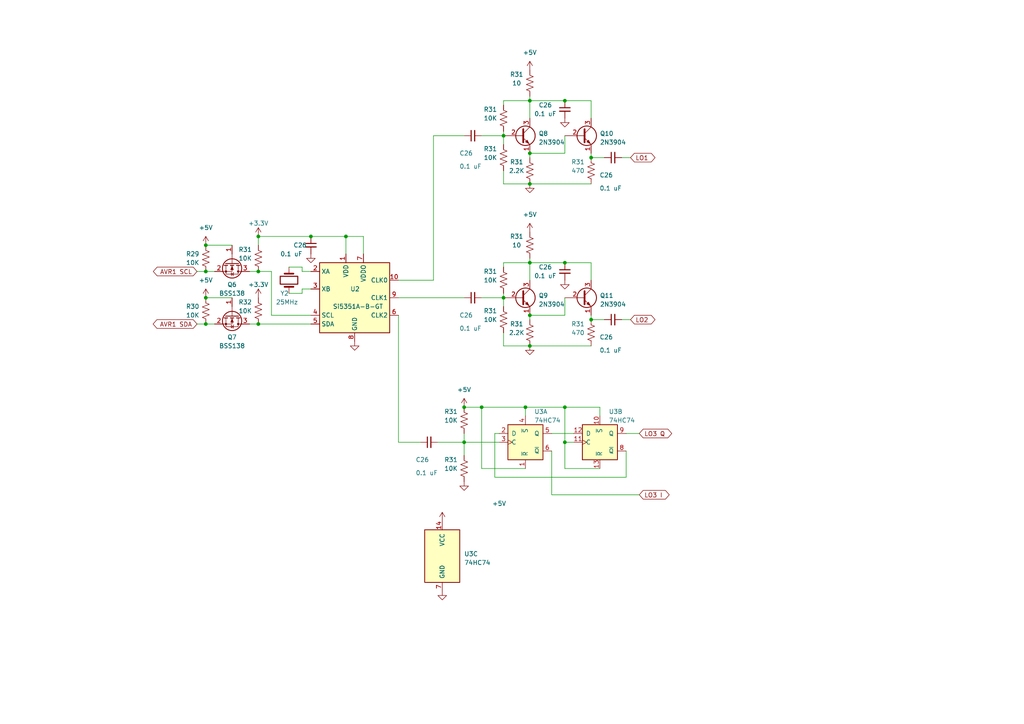
<source format=kicad_sch>
(kicad_sch (version 20230121) (generator eeschema)
  (paper "A4")
  (lib_symbols
    (symbol "74xx:74HC74" (pin_names (offset 1.016))
      (property "Reference" "U" (at -7.62 8.89 0))
      (property "Value" "74HC74" (at -7.62 -8.89 0))
      (symbol "74HC74_1_0"
        (pin input line (at 0 -7.62 90) (length 2.54) (name "~{R}") (number "1"))
        (pin input line (at -7.62 2.54 0) (length 2.54) (name "D") (number "2"))
        (pin input clock (at -7.62 0 0) (length 2.54) (name "C") (number "3"))
        (pin input line (at 0 7.62 270) (length 2.54) (name "~{S}") (number "4"))
        (pin output line (at 7.62 2.54 180) (length 2.54) (name "Q") (number "5"))
        (pin output line (at 7.62 -2.54 180) (length 2.54) (name "~{Q}") (number "6"))
      )
      (symbol "74HC74_1_1"
        (rectangle (start -5.08 5.08) (end 5.08 -5.08) (stroke (width 0.254)) (fill (type background)))
      )
      (symbol "74HC74_2_0"
        (pin input line (at 0 7.62 270) (length 2.54) (name "~{S}") (number "10"))
        (pin input clock (at -7.62 0 0) (length 2.54) (name "C") (number "11"))
        (pin input line (at -7.62 2.54 0) (length 2.54) (name "D") (number "12"))
        (pin input line (at 0 -7.62 90) (length 2.54) (name "~{R}") (number "13"))
        (pin output line (at 7.62 -2.54 180) (length 2.54) (name "~{Q}") (number "8"))
        (pin output line (at 7.62 2.54 180) (length 2.54) (name "Q") (number "9"))
      )
      (symbol "74HC74_2_1"
        (rectangle (start -5.08 5.08) (end 5.08 -5.08) (stroke (width 0.254)) (fill (type background)))
      )
      (symbol "74HC74_3_0"
        (pin power_in line (at 0 10.16 270) (length 2.54) (name "VCC") (number "14"))
        (pin power_in line (at 0 -10.16 90) (length 2.54) (name "GND") (number "7"))
      )
      (symbol "74HC74_3_1"
        (rectangle (start -5.08 7.62) (end 5.08 -7.62) (stroke (width 0.254)) (fill (type background)))
      )
    )
    (symbol "Device:C_Small" (pin_numbers hide) (pin_names (offset 0.254) hide)
      (property "Reference" "C" (at 0.254 1.778 0))
      (property "Value" "C_Small" (at 0.254 -2.032 0))
      (symbol "C_Small_0_1"
        (polyline (pts (xy -1.524 -0.508) (xy 1.524 -0.508)) (stroke (width 0.3302)))
        (polyline (pts (xy -1.524 0.508) (xy 1.524 0.508)) (stroke (width 0.3048)))
      )
      (symbol "C_Small_1_1"
        (pin passive line (at 0 2.54 270) (length 2.032) (name "~") (number "1"))
        (pin passive line (at 0 -2.54 90) (length 2.032) (name "~") (number "2"))
      )
    )
    (symbol "Device:Crystal" (pin_numbers hide) (pin_names (offset 1.016) hide)
      (property "Reference" "Y" (at 0 3.81 0))
      (property "Value" "Crystal" (at 0 -3.81 0))
      (symbol "Crystal_0_1"
        (rectangle (start -1.143 2.54) (end 1.143 -2.54) (stroke (width 0.3048)))
        (polyline (pts (xy -2.54 0) (xy -1.905 0)))
        (polyline (pts (xy -1.905 -1.27) (xy -1.905 1.27)) (stroke (width 0.508)))
        (polyline (pts (xy 1.905 -1.27) (xy 1.905 1.27)) (stroke (width 0.508)))
        (polyline (pts (xy 2.54 0) (xy 1.905 0)))
      )
      (symbol "Crystal_1_1"
        (pin passive line (at -3.81 0 0) (length 1.27) (name "1") (number "1"))
        (pin passive line (at 3.81 0 180) (length 1.27) (name "2") (number "2"))
      )
    )
    (symbol "Device:R_US" (pin_numbers hide) (pin_names (offset 0))
      (property "Reference" "R" (at 2.54 0 90))
      (property "Value" "R_US" (at -2.54 0 90))
      (symbol "R_US_0_1"
        (polyline (pts (xy 0 -2.286) (xy 0 -2.54)))
        (polyline (pts (xy 0 2.286) (xy 0 2.54)))
        (polyline (pts (xy 0 -0.762) (xy 1.016 -1.143) (xy 0 -1.524) (xy -1.016 -1.905) (xy 0 -2.286)))
        (polyline (pts (xy 0 0.762) (xy 1.016 0.381) (xy 0 0) (xy -1.016 -0.381) (xy 0 -0.762)))
        (polyline (pts (xy 0 2.286) (xy 1.016 1.905) (xy 0 1.524) (xy -1.016 1.143) (xy 0 0.762)))
      )
      (symbol "R_US_1_1"
        (pin passive line (at 0 3.81 270) (length 1.27) (name "~") (number "1"))
        (pin passive line (at 0 -3.81 90) (length 1.27) (name "~") (number "2"))
      )
    )
    (symbol "Oscillator:Si5351A-B-GT"
      (property "Reference" "U" (at -8.89 11.43 0))
      (property "Value" "Si5351A-B-GT" (at -12.7 -12.7 0))
      (symbol "Si5351A-B-GT_0_1"
        (rectangle (start -10.16 10.16) (end 10.16 -10.16) (stroke (width 0.254)) (fill (type background)))
      )
      (symbol "Si5351A-B-GT_1_1"
        (pin power_in line (at -2.54 12.7 270) (length 2.54) (name "VDD") (number "1"))
        (pin output line (at 12.7 5.08 180) (length 2.54) (name "CLK0") (number "10"))
        (pin input line (at -12.7 7.62 0) (length 2.54) (name "XA") (number "2"))
        (pin input line (at -12.7 2.54 0) (length 2.54) (name "XB") (number "3"))
        (pin input line (at -12.7 -5.08 0) (length 2.54) (name "SCL") (number "4"))
        (pin bidirectional line (at -12.7 -7.62 0) (length 2.54) (name "SDA") (number "5"))
        (pin output line (at 12.7 -5.08 180) (length 2.54) (name "CLK2") (number "6"))
        (pin power_in line (at 2.54 12.7 270) (length 2.54) (name "VDDO") (number "7"))
        (pin power_in line (at 0 -12.7 90) (length 2.54) (name "GND") (number "8"))
        (pin output line (at 12.7 0 180) (length 2.54) (name "CLK1") (number "9"))
      )
    )
    (symbol "Transistor_BJT:2N3904" (pin_names (offset 0) hide)
      (property "Reference" "Q" (at 5.08 1.905 0))
      (property "Value" "2N3904" (at 5.08 0 0))
      (symbol "2N3904_0_1"
        (polyline (pts (xy 0.635 0.635) (xy 2.54 2.54)))
        (polyline (pts (xy 0.635 -0.635) (xy 2.54 -2.54) (xy 2.54 -2.54)))
        (polyline (pts (xy 0.635 1.905) (xy 0.635 -1.905) (xy 0.635 -1.905)) (stroke (width 0.508)))
        (polyline (pts (xy 1.27 -1.778) (xy 1.778 -1.27) (xy 2.286 -2.286) (xy 1.27 -1.778) (xy 1.27 -1.778)) (fill (type outline)))
        (circle (center 1.27 0) (radius 2.8194) (stroke (width 0.254)))
      )
      (symbol "2N3904_1_1"
        (pin passive line (at 2.54 -5.08 90) (length 2.54) (name "E") (number "1"))
        (pin passive line (at -5.08 0 0) (length 5.715) (name "B") (number "2"))
        (pin passive line (at 2.54 5.08 270) (length 2.54) (name "C") (number "3"))
      )
    )
    (symbol "Transistor_FET:BSS138" (pin_names hide)
      (property "Reference" "Q" (at 5.08 1.905 0))
      (property "Value" "BSS138" (at 5.08 0 0))
      (symbol "BSS138_0_1"
        (polyline (pts (xy 0.254 0) (xy -2.54 0)))
        (polyline (pts (xy 0.254 1.905) (xy 0.254 -1.905)) (stroke (width 0.254)))
        (polyline (pts (xy 0.762 -1.27) (xy 0.762 -2.286)) (stroke (width 0.254)))
        (polyline (pts (xy 0.762 0.508) (xy 0.762 -0.508)) (stroke (width 0.254)))
        (polyline (pts (xy 0.762 2.286) (xy 0.762 1.27)) (stroke (width 0.254)))
        (polyline (pts (xy 2.54 2.54) (xy 2.54 1.778)))
        (polyline (pts (xy 2.54 -2.54) (xy 2.54 0) (xy 0.762 0)))
        (polyline (pts (xy 0.762 -1.778) (xy 3.302 -1.778) (xy 3.302 1.778) (xy 0.762 1.778)))
        (polyline (pts (xy 1.016 0) (xy 2.032 0.381) (xy 2.032 -0.381) (xy 1.016 0)) (fill (type outline)))
        (polyline (pts (xy 2.794 0.508) (xy 2.921 0.381) (xy 3.683 0.381) (xy 3.81 0.254)))
        (polyline (pts (xy 3.302 0.381) (xy 2.921 -0.254) (xy 3.683 -0.254) (xy 3.302 0.381)))
        (circle (center 1.651 0) (radius 2.794) (stroke (width 0.254)))
        (circle (center 2.54 -1.778) (radius 0.254) (fill (type outline)))
        (circle (center 2.54 1.778) (radius 0.254) (fill (type outline)))
      )
      (symbol "BSS138_1_1"
        (pin input line (at -5.08 0 0) (length 2.54) (name "G") (number "1"))
        (pin passive line (at 2.54 -5.08 90) (length 2.54) (name "S") (number "2"))
        (pin passive line (at 2.54 5.08 270) (length 2.54) (name "D") (number "3"))
      )
    )
    (symbol "power:+3.3V" (power) (pin_names (offset 0))
      (property "Value" "+3.3V" (at 0 3.556 0))
      (symbol "+3.3V_0_1"
        (polyline (pts (xy -0.762 1.27) (xy 0 2.54)))
        (polyline (pts (xy 0 0) (xy 0 2.54)))
        (polyline (pts (xy 0 2.54) (xy 0.762 1.27)))
      )
      (symbol "+3.3V_1_1"
        (pin power_in line (at 0 0 90) (length 0) hide (name "+3.3V") (number "1"))
      )
    )
    (symbol "power:+5V" (power) (pin_names (offset 0))
      (property "Value" "+5V" (at 0 3.556 0))
      (symbol "+5V_0_1"
        (polyline (pts (xy -0.762 1.27) (xy 0 2.54)))
        (polyline (pts (xy 0 0) (xy 0 2.54)))
        (polyline (pts (xy 0 2.54) (xy 0.762 1.27)))
      )
      (symbol "+5V_1_1"
        (pin power_in line (at 0 0 90) (length 0) hide (name "+5V") (number "1"))
      )
    )
    (symbol "power:GND" (power) (pin_names (offset 0))
      (property "Value" "GND" (at 0 -3.81 0))
      (symbol "GND_0_1"
        (polyline (pts (xy 0 0) (xy 0 -1.27) (xy 1.27 -1.27) (xy 0 -2.54) (xy -1.27 -1.27) (xy 0 -1.27)))
      )
      (symbol "GND_1_1"
        (pin power_in line (at 0 0 270) (length 0) hide (name "GND") (number "1"))
      )
    )
  )
  (junction (at 59.69 93.98))
  (junction (at 74.93 68.58))
  (junction (at 59.69 71.12))
  (junction (at 153.67 53.34))
  (junction (at 90.17 68.58))
  (junction (at 171.45 92.71))
  (junction (at 153.67 100.33))
  (junction (at 146.05 86.36))
  (junction (at 139.7 118.11))
  (junction (at 134.62 118.11))
  (junction (at 74.93 78.74))
  (junction (at 74.93 93.98))
  (junction (at 153.67 76.2))
  (junction (at 59.69 78.74))
  (junction (at 134.62 128.27))
  (junction (at 163.83 29.21))
  (junction (at 163.83 76.2))
  (junction (at 171.45 45.72))
  (junction (at 100.33 68.58))
  (junction (at 59.69 86.36))
  (junction (at 153.67 29.21))
  (junction (at 163.83 118.11))
  (junction (at 153.67 91.44))
  (junction (at 146.05 39.37))
  (junction (at 163.83 128.27))
  (junction (at 152.4 118.11))
  (junction (at 153.67 44.45))
  (wire (pts (xy 87.63 78.74) (xy 90.17 78.74)))
  (wire (pts (xy 139.7 135.89) (xy 152.4 135.89)))
  (wire (pts (xy 152.4 118.11) (xy 163.83 118.11)))
  (wire (pts (xy 181.61 125.73) (xy 185.42 125.73)))
  (wire (pts (xy 171.45 45.72) (xy 171.45 44.45)))
  (wire (pts (xy 163.83 128.27) (xy 163.83 135.89)))
  (wire (pts (xy 152.4 118.11) (xy 152.4 120.65)))
  (wire (pts (xy 146.05 29.21) (xy 153.67 29.21)))
  (wire (pts (xy 115.57 91.44) (xy 115.57 128.27)))
  (wire (pts (xy 153.67 44.45) (xy 163.83 44.45)))
  (wire (pts (xy 125.73 81.28) (xy 125.73 39.37)))
  (wire (pts (xy 171.45 34.29) (xy 171.45 29.21)))
  (wire (pts (xy 153.67 91.44) (xy 153.67 92.71)))
  (wire (pts (xy 173.99 118.11) (xy 173.99 120.65)))
  (wire (pts (xy 160.02 143.51) (xy 185.42 143.51)))
  (wire (pts (xy 78.74 78.74) (xy 78.74 91.44)))
  (wire (pts (xy 139.7 39.37) (xy 146.05 39.37)))
  (wire (pts (xy 139.7 86.36) (xy 146.05 86.36)))
  (wire (pts (xy 59.69 78.74) (xy 62.23 78.74)))
  (wire (pts (xy 153.67 29.21) (xy 153.67 34.29)))
  (wire (pts (xy 57.15 78.74) (xy 59.69 78.74)))
  (wire (pts (xy 57.15 93.98) (xy 59.69 93.98)))
  (wire (pts (xy 153.67 44.45) (xy 153.67 45.72)))
  (wire (pts (xy 163.83 29.21) (xy 171.45 29.21)))
  (wire (pts (xy 74.93 68.58) (xy 74.93 71.12)))
  (wire (pts (xy 163.83 91.44) (xy 163.83 86.36)))
  (wire (pts (xy 181.61 130.81) (xy 181.61 138.43)))
  (wire (pts (xy 146.05 53.34) (xy 153.67 53.34)))
  (wire (pts (xy 146.05 96.52) (xy 146.05 100.33)))
  (wire (pts (xy 160.02 130.81) (xy 160.02 143.51)))
  (wire (pts (xy 163.83 76.2) (xy 171.45 76.2)))
  (wire (pts (xy 83.82 77.47) (xy 87.63 77.47)))
  (wire (pts (xy 146.05 76.2) (xy 153.67 76.2)))
  (wire (pts (xy 87.63 85.09) (xy 87.63 83.82)))
  (wire (pts (xy 134.62 128.27) (xy 134.62 132.08)))
  (wire (pts (xy 125.73 39.37) (xy 134.62 39.37)))
  (wire (pts (xy 153.67 91.44) (xy 163.83 91.44)))
  (wire (pts (xy 127 128.27) (xy 134.62 128.27)))
  (wire (pts (xy 100.33 68.58) (xy 100.33 73.66)))
  (wire (pts (xy 163.83 118.11) (xy 173.99 118.11)))
  (wire (pts (xy 143.51 125.73) (xy 144.78 125.73)))
  (wire (pts (xy 163.83 118.11) (xy 163.83 128.27)))
  (wire (pts (xy 171.45 81.28) (xy 171.45 76.2)))
  (wire (pts (xy 153.67 76.2) (xy 153.67 81.28)))
  (wire (pts (xy 146.05 76.2) (xy 146.05 77.47)))
  (wire (pts (xy 134.62 118.11) (xy 139.7 118.11)))
  (wire (pts (xy 74.93 93.98) (xy 90.17 93.98)))
  (wire (pts (xy 160.02 125.73) (xy 166.37 125.73)))
  (wire (pts (xy 74.93 78.74) (xy 78.74 78.74)))
  (wire (pts (xy 171.45 92.71) (xy 171.45 91.44)))
  (wire (pts (xy 153.67 53.34) (xy 171.45 53.34)))
  (wire (pts (xy 59.69 93.98) (xy 62.23 93.98)))
  (wire (pts (xy 78.74 91.44) (xy 90.17 91.44)))
  (wire (pts (xy 153.67 27.94) (xy 153.67 29.21)))
  (wire (pts (xy 115.57 86.36) (xy 134.62 86.36)))
  (wire (pts (xy 146.05 86.36) (xy 146.05 88.9)))
  (wire (pts (xy 153.67 29.21) (xy 163.83 29.21)))
  (wire (pts (xy 146.05 85.09) (xy 146.05 86.36)))
  (wire (pts (xy 153.67 76.2) (xy 163.83 76.2)))
  (wire (pts (xy 72.39 78.74) (xy 74.93 78.74)))
  (wire (pts (xy 171.45 92.71) (xy 175.26 92.71)))
  (wire (pts (xy 90.17 68.58) (xy 100.33 68.58)))
  (wire (pts (xy 146.05 49.53) (xy 146.05 53.34)))
  (wire (pts (xy 105.41 68.58) (xy 105.41 73.66)))
  (wire (pts (xy 134.62 125.73) (xy 134.62 128.27)))
  (wire (pts (xy 59.69 86.36) (xy 67.31 86.36)))
  (wire (pts (xy 171.45 45.72) (xy 175.26 45.72)))
  (wire (pts (xy 181.61 138.43) (xy 143.51 138.43)))
  (wire (pts (xy 115.57 81.28) (xy 125.73 81.28)))
  (wire (pts (xy 180.34 45.72) (xy 182.88 45.72)))
  (wire (pts (xy 180.34 92.71) (xy 182.88 92.71)))
  (wire (pts (xy 163.83 135.89) (xy 173.99 135.89)))
  (wire (pts (xy 72.39 93.98) (xy 74.93 93.98)))
  (wire (pts (xy 153.67 74.93) (xy 153.67 76.2)))
  (wire (pts (xy 163.83 128.27) (xy 166.37 128.27)))
  (wire (pts (xy 143.51 138.43) (xy 143.51 125.73)))
  (wire (pts (xy 139.7 118.11) (xy 152.4 118.11)))
  (wire (pts (xy 146.05 38.1) (xy 146.05 39.37)))
  (wire (pts (xy 146.05 100.33) (xy 153.67 100.33)))
  (wire (pts (xy 59.69 71.12) (xy 67.31 71.12)))
  (wire (pts (xy 146.05 29.21) (xy 146.05 30.48)))
  (wire (pts (xy 115.57 128.27) (xy 121.92 128.27)))
  (wire (pts (xy 87.63 77.47) (xy 87.63 78.74)))
  (wire (pts (xy 87.63 83.82) (xy 90.17 83.82)))
  (wire (pts (xy 139.7 118.11) (xy 139.7 135.89)))
  (wire (pts (xy 146.05 39.37) (xy 146.05 41.91)))
  (wire (pts (xy 163.83 44.45) (xy 163.83 39.37)))
  (wire (pts (xy 144.78 128.27) (xy 134.62 128.27)))
  (wire (pts (xy 83.82 85.09) (xy 87.63 85.09)))
  (wire (pts (xy 74.93 68.58) (xy 90.17 68.58)))
  (wire (pts (xy 100.33 68.58) (xy 105.41 68.58)))
  (wire (pts (xy 153.67 100.33) (xy 171.45 100.33)))
  (global_label "LO1" (shape bidirectional) (at 182.88 45.72 0) (property "Intersheetrefs" "${INTERSHEET_REFS}" (effects hide)))
  (global_label "AVR1 SDA" (shape bidirectional) (at 57.15 93.98 180) (property "Intersheetrefs" "${INTERSHEET_REFS}" (effects hide)))
  (global_label "LO3 Q" (shape bidirectional) (at 185.42 125.73 0) (property "Intersheetrefs" "${INTERSHEET_REFS}" (effects hide)))
  (global_label "LO2" (shape bidirectional) (at 182.88 92.71 0) (property "Intersheetrefs" "${INTERSHEET_REFS}" (effects hide)))
  (global_label "AVR1 SCL" (shape bidirectional) (at 57.15 78.74 180) (property "Intersheetrefs" "${INTERSHEET_REFS}" (effects hide)))
  (global_label "LO3 I" (shape bidirectional) (at 185.42 143.51 0) (property "Intersheetrefs" "${INTERSHEET_REFS}" (effects hide)))
  (symbol (lib_id "power:+5V") (at 134.62 118.11 0) (unit 1)
    (property "Reference" "#PWR011" (effects hide))
    (property "Value" "+5V" (at 134.62 113.03 0))
    (instances (project "acorn" (path "" (reference "#PWR011") (unit 1)) (path "" (reference "#PWR016") (unit 1))))
  )
  (symbol (lib_id "Transistor_FET:BSS138") (at 67.31 76.2 270) (unit 1)
    (property "Reference" "Q6" (at 67.31 82.55 90))
    (property "Value" "BSS138" (at 67.31 85.09 90))
    (property "Footprint" "Package_TO_SOT_SMD:SOT-23" (effects hide))
    (property "Datasheet" "https://www.onsemi.com/pub/Collateral/BSS138-D.PDF" (effects hide))
  )
  (symbol (lib_id "power:GND") (at 128.27 171.45 0) (unit 1)
    (property "Reference" "#GND052" (effects hide))
    (property "Value" "GND" (effects hide))
    (instances (project "acorn" (path "" (reference "#GND052") (unit 1)) (path "" (reference "#GND0106") (unit 1))))
  )
  (symbol (lib_id "power:GND") (at 153.67 53.34 0) (unit 1)
    (property "Reference" "#GND052" (effects hide))
    (property "Value" "GND" (effects hide))
    (instances (project "acorn" (path "" (reference "#GND052") (unit 1)) (path "" (reference "#GND0108") (unit 1))))
  )
  (symbol (lib_id "power:GND") (at 153.67 100.33 0) (unit 1)
    (property "Reference" "#GND052" (effects hide))
    (property "Value" "GND" (effects hide))
    (instances (project "acorn" (path "" (reference "#GND052") (unit 1)) (path "" (reference "#GND0109") (unit 1))))
  )
  (symbol (lib_id "Device:R_US") (at 146.05 81.28 180) (unit 1)
    (property "Reference" "R31" (at 142.24 78.74 0))
    (property "Value" "10K" (at 142.24 81.28 0))
    (property "Footprint" "Resistor_THT:R_Axial_DIN0204_L3.6mm_D1.6mm_P5.08mm_Vertical" (effects hide))
    (instances (project "acorn" (path "" (reference "R31") (unit 1)) (path "" (reference "R51") (unit 1))))
  )
  (symbol (lib_id "Device:R_US") (at 74.93 90.17 180) (unit 1)
    (property "Reference" "R32" (at 71.12 87.63 0))
    (property "Value" "10K" (at 71.12 90.17 0))
    (property "Footprint" "Resistor_THT:R_Axial_DIN0204_L3.6mm_D1.6mm_P5.08mm_Vertical" (effects hide))
    (instances (project "acorn" (path "" (reference "R32") (unit 1)) (path "" (reference "R46") (unit 1))))
  )
  (symbol (lib_id "Device:C_Small") (at 163.83 31.75 0) (unit 1)
    (property "Reference" "C26" (at 156.21 30.48 0) (effects (justify left)))
    (property "Value" "0.1 uF" (at 154.94 33.02 0) (effects (justify left)))
    (property "Footprint" "Capacitor_THT:C_Disc_D4.7mm_W2.5mm_P5.00mm" (effects hide))
    (instances (project "acorn" (path "" (reference "C26") (unit 1)) (path "" (reference "C76") (unit 1))))
  )
  (symbol (lib_id "Transistor_BJT:2N3904") (at 151.13 86.36 0) (unit 1)
    (property "Reference" "Q9" (at 156.21 85.725 0) (effects (justify left)))
    (property "Value" "2N3904" (at 156.21 88.265 0) (effects (justify left)))
    (property "Footprint" "Package_TO_SOT_THT:TO-92_Inline" (effects hide))
    (property "Datasheet" "https://www.onsemi.com/pub/Collateral/2N3903-D.PDF" (effects hide))
  )
  (symbol (lib_id "Device:Crystal") (at 83.82 81.28 270) (unit 1)
    (property "Reference" "Y2" (at 81.28 85.09 90) (effects (justify left)))
    (property "Value" "25MHz" (at 80.01 87.63 90) (effects (justify left)))
    (property "Footprint" "Crystal:Crystal_HC18-U_Vertical" (effects hide))
  )
  (symbol (lib_id "Device:R_US") (at 153.67 71.12 180) (unit 1)
    (property "Reference" "R31" (at 149.86 68.58 0))
    (property "Value" "10" (at 149.86 71.12 0))
    (property "Footprint" "Resistor_THT:R_Axial_DIN0204_L3.6mm_D1.6mm_P5.08mm_Vertical" (effects hide))
    (instances (project "acorn" (path "" (reference "R31") (unit 1)) (path "" (reference "R55") (unit 1))))
  )
  (symbol (lib_id "power:GND") (at 102.87 99.06 0) (unit 1)
    (property "Reference" "#GND052" (effects hide))
    (property "Value" "GND" (effects hide))
    (instances (project "acorn" (path "" (reference "#GND052") (unit 1)) (path "" (reference "#GND0105") (unit 1))))
  )
  (symbol (lib_id "Device:C_Small") (at 177.8 92.71 90) (unit 1)
    (property "Reference" "C26" (at 177.8 97.79 90) (effects (justify left)))
    (property "Value" "0.1 uF" (at 180.34 101.6 90) (effects (justify left)))
    (property "Footprint" "Capacitor_THT:C_Disc_D4.7mm_W2.5mm_P5.00mm" (effects hide))
    (instances (project "acorn" (path "" (reference "C26") (unit 1)) (path "" (reference "C79") (unit 1))))
  )
  (symbol (lib_id "power:GND") (at 90.17 73.66 0) (unit 1)
    (property "Reference" "#GND051" (effects hide))
    (property "Value" "GND" (effects hide))
    (instances (project "acorn" (path "" (reference "#GND051") (unit 1)) (path "" (reference "#GND0104") (unit 1))))
  )
  (symbol (lib_id "Device:R_US") (at 146.05 45.72 180) (unit 1)
    (property "Reference" "R31" (at 142.24 43.18 0))
    (property "Value" "10K" (at 142.24 45.72 0))
    (property "Footprint" "Resistor_THT:R_Axial_DIN0204_L3.6mm_D1.6mm_P5.08mm_Vertical" (effects hide))
    (instances (project "acorn" (path "" (reference "R31") (unit 1)) (path "" (reference "R50") (unit 1))))
  )
  (symbol (lib_id "power:+5V") (at 59.69 71.12 0) (unit 1)
    (property "Reference" "#PWR011" (effects hide))
    (property "Value" "+5V" (at 59.69 66.04 0))
  )
  (symbol (lib_id "74xx:74HC74") (at 152.4 128.27 0) (unit 1)
    (property "Reference" "U3" (at 154.9655 119.38 0) (effects (justify left)))
    (property "Value" "74HC74" (at 154.9655 121.92 0) (effects (justify left)))
    (property "Footprint" "Package_DIP:DIP-14_W7.62mm" (effects hide))
    (property "Datasheet" "74xx/74hc_hct74.pdf" (effects hide))
  )
  (symbol (lib_id "power:+5V") (at 153.67 20.32 0) (unit 1)
    (property "Reference" "#PWR011" (effects hide))
    (property "Value" "+5V" (at 153.67 15.24 0))
    (instances (project "acorn" (path "" (reference "#PWR011") (unit 1)) (path "" (reference "#PWR017") (unit 1))))
  )
  (symbol (lib_id "Device:R_US") (at 146.05 92.71 180) (unit 1)
    (property "Reference" "R31" (at 142.24 90.17 0))
    (property "Value" "10K" (at 142.24 92.71 0))
    (property "Footprint" "Resistor_THT:R_Axial_DIN0204_L3.6mm_D1.6mm_P5.08mm_Vertical" (effects hide))
    (instances (project "acorn" (path "" (reference "R31") (unit 1)) (path "" (reference "R52") (unit 1))))
  )
  (symbol (lib_id "Device:R_US") (at 171.45 96.52 180) (unit 1)
    (property "Reference" "R31" (at 167.64 93.98 0))
    (property "Value" "470" (at 167.64 96.52 0))
    (property "Footprint" "Resistor_THT:R_Axial_DIN0204_L3.6mm_D1.6mm_P5.08mm_Vertical" (effects hide))
    (instances (project "acorn" (path "" (reference "R31") (unit 1)) (path "" (reference "R58") (unit 1))))
  )
  (symbol (lib_id "Device:C_Small") (at 137.16 39.37 90) (unit 1)
    (property "Reference" "C26" (at 137.16 44.45 90) (effects (justify left)))
    (property "Value" "0.1 uF" (at 139.7 48.26 90) (effects (justify left)))
    (property "Footprint" "Capacitor_THT:C_Disc_D4.7mm_W2.5mm_P5.00mm" (effects hide))
    (instances (project "acorn" (path "" (reference "C26") (unit 1)) (path "" (reference "C74") (unit 1))))
  )
  (symbol (lib_id "Transistor_BJT:2N3904") (at 168.91 39.37 0) (unit 1)
    (property "Reference" "Q10" (at 173.99 38.735 0) (effects (justify left)))
    (property "Value" "2N3904" (at 173.99 41.275 0) (effects (justify left)))
    (property "Footprint" "Package_TO_SOT_THT:TO-92_Inline" (effects hide))
    (property "Datasheet" "https://www.onsemi.com/pub/Collateral/2N3903-D.PDF" (effects hide))
  )
  (symbol (lib_id "power:+5V") (at 153.67 67.31 0) (unit 1)
    (property "Reference" "#PWR011" (effects hide))
    (property "Value" "+5V" (at 153.67 62.23 0))
    (instances (project "acorn" (path "" (reference "#PWR011") (unit 1)) (path "" (reference "#PWR018") (unit 1))))
  )
  (symbol (lib_id "Device:R_US") (at 74.93 74.93 180) (unit 1)
    (property "Reference" "R31" (at 71.12 72.39 0))
    (property "Value" "10K" (at 71.12 74.93 0))
    (property "Footprint" "Resistor_THT:R_Axial_DIN0204_L3.6mm_D1.6mm_P5.08mm_Vertical" (effects hide))
    (instances (project "acorn" (path "" (reference "R31") (unit 1)) (path "" (reference "R45") (unit 1))))
  )
  (symbol (lib_id "Device:R_US") (at 153.67 96.52 180) (unit 1)
    (property "Reference" "R31" (at 149.86 93.98 0))
    (property "Value" "2.2K" (at 149.86 96.52 0))
    (property "Footprint" "Resistor_THT:R_Axial_DIN0204_L3.6mm_D1.6mm_P5.08mm_Vertical" (effects hide))
    (instances (project "acorn" (path "" (reference "R31") (unit 1)) (path "" (reference "R56") (unit 1))))
  )
  (symbol (lib_id "Transistor_BJT:2N3904") (at 168.91 86.36 0) (unit 1)
    (property "Reference" "Q11" (at 173.99 85.725 0) (effects (justify left)))
    (property "Value" "2N3904" (at 173.99 88.265 0) (effects (justify left)))
    (property "Footprint" "Package_TO_SOT_THT:TO-92_Inline" (effects hide))
    (property "Datasheet" "https://www.onsemi.com/pub/Collateral/2N3903-D.PDF" (effects hide))
  )
  (symbol (lib_id "power:GND") (at 134.62 139.7 0) (unit 1)
    (property "Reference" "#GND052" (effects hide))
    (property "Value" "GND" (effects hide))
    (instances (project "acorn" (path "" (reference "#GND052") (unit 1)) (path "" (reference "#GND0107") (unit 1))))
  )
  (symbol (lib_id "power:+3.3V") (at 74.93 68.58 0) (unit 1)
    (property "Reference" "#PWR013" (effects hide))
    (property "Value" "+3.3V" (at 74.93 64.77 0))
  )
  (symbol (lib_id "power:GND") (at 163.83 81.28 0) (unit 1)
    (property "Reference" "#GND051" (effects hide))
    (property "Value" "GND" (effects hide))
    (instances (project "acorn" (path "" (reference "#GND051") (unit 1)) (path "" (reference "#GND0111") (unit 1))))
  )
  (symbol (lib_id "Device:R_US") (at 153.67 49.53 180) (unit 1)
    (property "Reference" "R31" (at 149.86 46.99 0))
    (property "Value" "2.2K" (at 149.86 49.53 0))
    (property "Footprint" "Resistor_THT:R_Axial_DIN0204_L3.6mm_D1.6mm_P5.08mm_Vertical" (effects hide))
    (instances (project "acorn" (path "" (reference "R31") (unit 1)) (path "" (reference "R54") (unit 1))))
  )
  (symbol (lib_id "Device:R_US") (at 171.45 49.53 180) (unit 1)
    (property "Reference" "R31" (at 167.64 46.99 0))
    (property "Value" "470" (at 167.64 49.53 0))
    (property "Footprint" "Resistor_THT:R_Axial_DIN0204_L3.6mm_D1.6mm_P5.08mm_Vertical" (effects hide))
    (instances (project "acorn" (path "" (reference "R31") (unit 1)) (path "" (reference "R57") (unit 1))))
  )
  (symbol (lib_id "Transistor_BJT:2N3904") (at 151.13 39.37 0) (unit 1)
    (property "Reference" "Q8" (at 156.21 38.735 0) (effects (justify left)))
    (property "Value" "2N3904" (at 156.21 41.275 0) (effects (justify left)))
    (property "Footprint" "Package_TO_SOT_THT:TO-92_Inline" (effects hide))
    (property "Datasheet" "https://www.onsemi.com/pub/Collateral/2N3903-D.PDF" (effects hide))
  )
  (symbol (lib_id "power:+5V") (at 59.69 86.36 0) (unit 1)
    (property "Reference" "#PWR012" (effects hide))
    (property "Value" "+5V" (at 59.69 81.28 0))
  )
  (symbol (lib_id "74xx:74HC74") (at 173.99 128.27 0) (unit 2)
    (property "Reference" "U3" (at 176.5555 119.38 0) (effects (justify left)))
    (property "Value" "74HC74" (at 176.5555 121.92 0) (effects (justify left)))
    (property "Footprint" "Package_DIP:DIP-14_W7.62mm" (effects hide))
    (property "Datasheet" "74xx/74hc_hct74.pdf" (effects hide))
  )
  (symbol (lib_id "Device:R_US") (at 59.69 74.93 180) (unit 1)
    (property "Reference" "R29" (at 55.88 73.66 0))
    (property "Value" "10K" (at 55.88 76.2 0))
    (property "Footprint" "Resistor_THT:R_Axial_DIN0204_L3.6mm_D1.6mm_P5.08mm_Vertical" (effects hide))
    (instances (project "acorn" (path "" (reference "R29") (unit 1)) (path "" (reference "R43") (unit 1))))
  )
  (symbol (lib_id "power:+5V") (at 128.27 151.13 0) (unit 1)
    (property "Reference" "#PWR011" (effects hide))
    (property "Value" "+5V" (at 144.78 146.05 0))
    (instances (project "acorn" (path "" (reference "#PWR011") (unit 1)) (path "" (reference "#PWR015") (unit 1))))
  )
  (symbol (lib_id "Device:C_Small") (at 163.83 78.74 0) (unit 1)
    (property "Reference" "C26" (at 156.21 77.47 0) (effects (justify left)))
    (property "Value" "0.1 uF" (at 154.94 80.01 0) (effects (justify left)))
    (property "Footprint" "Capacitor_THT:C_Disc_D4.7mm_W2.5mm_P5.00mm" (effects hide))
    (instances (project "acorn" (path "" (reference "C26") (unit 1)) (path "" (reference "C77") (unit 1))))
  )
  (symbol (lib_id "Oscillator:Si5351A-B-GT") (at 102.87 86.36 0) (unit 1)
    (property "Reference" "U2" (at 101.6 83.82 0) (effects (justify left)))
    (property "Value" "Si5351A-B-GT" (at 96.52 88.9 0) (effects (justify left)))
    (property "Footprint" "Package_SO:MSOP-10_3x3mm_P0.5mm" (effects hide))
    (property "Datasheet" "https://www.silabs.com/documents/public/data-sheets/Si5351-B.pdf" (effects hide))
  )
  (symbol (lib_id "Device:C_Small") (at 137.16 86.36 90) (unit 1)
    (property "Reference" "C26" (at 137.16 91.44 90) (effects (justify left)))
    (property "Value" "0.1 uF" (at 139.7 95.25 90) (effects (justify left)))
    (property "Footprint" "Capacitor_THT:C_Disc_D4.7mm_W2.5mm_P5.00mm" (effects hide))
    (instances (project "acorn" (path "" (reference "C26") (unit 1)) (path "" (reference "C75") (unit 1))))
  )
  (symbol (lib_id "Device:R_US") (at 134.62 121.92 180) (unit 1)
    (property "Reference" "R31" (at 130.81 119.38 0))
    (property "Value" "10K" (at 130.81 121.92 0))
    (property "Footprint" "Resistor_THT:R_Axial_DIN0204_L3.6mm_D1.6mm_P5.08mm_Vertical" (effects hide))
    (instances (project "acorn" (path "" (reference "R31") (unit 1)) (path "" (reference "R47") (unit 1))))
  )
  (symbol (lib_id "Device:R_US") (at 59.69 90.17 180) (unit 1)
    (property "Reference" "R30" (at 55.88 88.9 0))
    (property "Value" "10K" (at 55.88 91.44 0))
    (property "Footprint" "Resistor_THT:R_Axial_DIN0204_L3.6mm_D1.6mm_P5.08mm_Vertical" (effects hide))
    (instances (project "acorn" (path "" (reference "R30") (unit 1)) (path "" (reference "R44") (unit 1))))
  )
  (symbol (lib_id "74xx:74HC74") (at 128.27 161.29 0) (unit 3)
    (property "Reference" "U3" (at 134.62 160.655 0) (effects (justify left)))
    (property "Value" "74HC74" (at 134.62 163.195 0) (effects (justify left)))
    (property "Footprint" "Package_DIP:DIP-14_W7.62mm" (effects hide))
    (property "Datasheet" "74xx/74hc_hct74.pdf" (effects hide))
  )
  (symbol (lib_id "Transistor_FET:BSS138") (at 67.31 91.44 270) (unit 1)
    (property "Reference" "Q7" (at 67.31 97.79 90))
    (property "Value" "BSS138" (at 67.31 100.33 90))
    (property "Footprint" "Package_TO_SOT_SMD:SOT-23" (effects hide))
    (property "Datasheet" "https://www.onsemi.com/pub/Collateral/BSS138-D.PDF" (effects hide))
  )
  (symbol (lib_id "Device:R_US") (at 146.05 34.29 180) (unit 1)
    (property "Reference" "R31" (at 142.24 31.75 0))
    (property "Value" "10K" (at 142.24 34.29 0))
    (property "Footprint" "Resistor_THT:R_Axial_DIN0204_L3.6mm_D1.6mm_P5.08mm_Vertical" (effects hide))
    (instances (project "acorn" (path "" (reference "R31") (unit 1)) (path "" (reference "R49") (unit 1))))
  )
  (symbol (lib_id "power:GND") (at 163.83 34.29 0) (unit 1)
    (property "Reference" "#GND051" (effects hide))
    (property "Value" "GND" (effects hide))
    (instances (project "acorn" (path "" (reference "#GND051") (unit 1)) (path "" (reference "#GND0110") (unit 1))))
  )
  (symbol (lib_id "Device:R_US") (at 153.67 24.13 180) (unit 1)
    (property "Reference" "R31" (at 149.86 21.59 0))
    (property "Value" "10" (at 149.86 24.13 0))
    (property "Footprint" "Resistor_THT:R_Axial_DIN0204_L3.6mm_D1.6mm_P5.08mm_Vertical" (effects hide))
    (instances (project "acorn" (path "" (reference "R31") (unit 1)) (path "" (reference "R53") (unit 1))))
  )
  (symbol (lib_id "Device:C_Small") (at 90.17 71.12 0) (unit 1)
    (property "Reference" "C26" (at 85.09 71.12 0) (effects (justify left)))
    (property "Value" "0.1 uF" (at 81.28 73.66 0) (effects (justify left)))
    (property "Footprint" "Capacitor_THT:C_Disc_D4.7mm_W2.5mm_P5.00mm" (effects hide))
    (instances (project "acorn" (path "" (reference "C26") (unit 1)) (path "" (reference "C72") (unit 1))))
  )
  (symbol (lib_id "Device:C_Small") (at 124.46 128.27 90) (unit 1)
    (property "Reference" "C26" (at 124.46 133.35 90) (effects (justify left)))
    (property "Value" "0.1 uF" (at 127 137.16 90) (effects (justify left)))
    (property "Footprint" "Capacitor_THT:C_Disc_D4.7mm_W2.5mm_P5.00mm" (effects hide))
    (instances (project "acorn" (path "" (reference "C26") (unit 1)) (path "" (reference "C73") (unit 1))))
  )
  (symbol (lib_id "Device:C_Small") (at 177.8 45.72 90) (unit 1)
    (property "Reference" "C26" (at 177.8 50.8 90) (effects (justify left)))
    (property "Value" "0.1 uF" (at 180.34 54.61 90) (effects (justify left)))
    (property "Footprint" "Capacitor_THT:C_Disc_D4.7mm_W2.5mm_P5.00mm" (effects hide))
    (instances (project "acorn" (path "" (reference "C26") (unit 1)) (path "" (reference "C78") (unit 1))))
  )
  (symbol (lib_id "power:+3.3V") (at 74.93 86.36 0) (unit 1)
    (property "Reference" "#PWR014" (effects hide))
    (property "Value" "+3.3V" (at 74.93 82.55 0))
  )
  (symbol (lib_id "Device:R_US") (at 134.62 135.89 180) (unit 1)
    (property "Reference" "R31" (at 130.81 133.35 0))
    (property "Value" "10K" (at 130.81 135.89 0))
    (property "Footprint" "Resistor_THT:R_Axial_DIN0204_L3.6mm_D1.6mm_P5.08mm_Vertical" (effects hide))
    (instances (project "acorn" (path "" (reference "R31") (unit 1)) (path "" (reference "R48") (unit 1))))
  )
)
</source>
